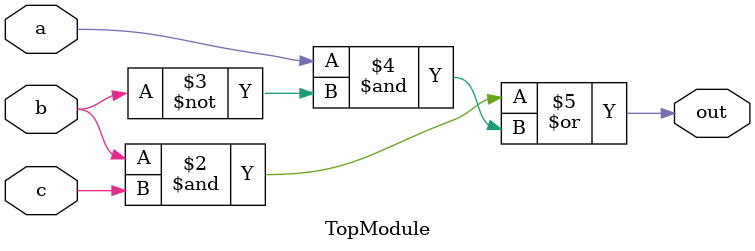
<source format=sv>
module TopModule (
    input logic a,
    input logic b,
    input logic c,
    output logic out
);

    always @(*) begin
        out = (b & c) | (a & ~b);
    end

endmodule
</source>
